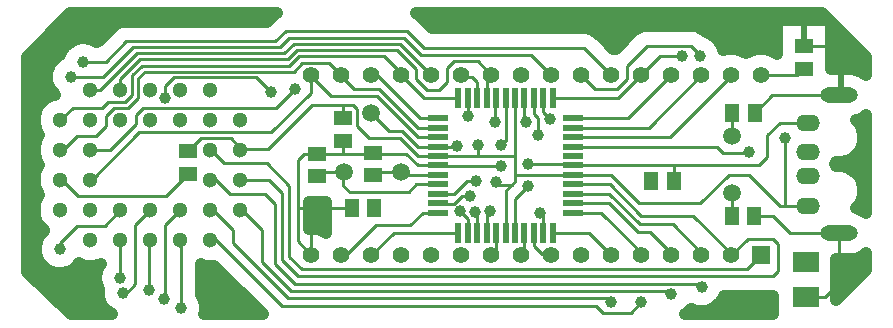
<source format=gbr>
G04 DipTrace 4.1.3.1*
G04 1 - Top.gbr*
%MOIN*%
G04 #@! TF.FileFunction,Copper,L1,Top*
G04 #@! TF.Part,Single*
G04 #@! TA.AperFunction,CopperBalancing*
%ADD15C,0.011024*%
%ADD16C,0.019685*%
%ADD17C,0.03937*%
%ADD18R,0.051181X0.059055*%
%ADD19R,0.059055X0.051181*%
%ADD20R,0.088583X0.070866*%
G04 #@! TA.AperFunction,ComponentPad*
%ADD21O,0.07874X0.055118*%
%ADD22O,0.125984X0.051181*%
%ADD23C,0.059055*%
%ADD24R,0.070866X0.019685*%
%ADD25R,0.019685X0.070866*%
G04 #@! TA.AperFunction,ComponentPad*
%ADD27C,0.051181*%
%ADD28R,0.059055X0.059055*%
%ADD29C,0.055118*%
%ADD31C,0.059055*%
%FSLAX26Y26*%
G04*
G70*
G90*
G75*
G01*
G04 Top*
%LPD*%
X1377953Y950787D2*
D15*
X1466535D1*
X1562992D1*
X1564961Y952756D1*
X1783465Y911417D2*
X1714567D1*
X1675197Y950787D1*
X1566929D1*
X1564961Y952756D1*
X2007874Y1135827D2*
Y994094D1*
X1992126Y978346D1*
Y909449D2*
X1783465D1*
Y911417D1*
X2232283D2*
Y915354D1*
X2082677D1*
X2039370Y687008D2*
Y801181D1*
X2082677Y844488D1*
X1377953Y950787D2*
X1334646D1*
X1314961Y931102D1*
Y769685D1*
Y657874D1*
X1360236Y612598D1*
X2232283Y911417D2*
Y913386D1*
X2568898D1*
X2854331D1*
X2879921Y938976D1*
Y1011811D1*
X2921260Y1053150D1*
X3015748D1*
X3118110Y1145669D2*
X2897638D1*
X2838583Y1086614D1*
X3118110Y685039D2*
X2956693D1*
X2899606Y742126D1*
X2836614D1*
X1466535Y994094D2*
Y950787D1*
X524016Y862598D2*
X529134D1*
X582677Y809055D1*
X875984D1*
X950787Y883858D1*
X3001969Y1309055D2*
X3076772D1*
X3129921Y1255906D1*
Y1157480D1*
X3118110Y1145669D1*
X2568898Y858268D2*
Y913386D1*
X1496063Y769685D2*
X1314961D1*
X3007874Y474409D2*
X3072835D1*
X3118110Y519685D1*
Y685039D1*
X2494094Y866142D2*
Y858268D1*
X2102362Y687008D2*
Y641732D1*
X2127953Y616142D1*
X2156693D1*
X2160236Y612598D1*
X868110Y466535D2*
X874016D1*
Y712598D1*
X924016Y762598D1*
X2232283Y816929D2*
X2354331D1*
X2456693Y714567D1*
X2564961D1*
X2660236Y619291D1*
Y612598D1*
X1024016Y862598D2*
X1042913D1*
X1088583Y816929D1*
X1204724D1*
X1240157Y781496D1*
Y582677D1*
X1305118Y517717D1*
X2649606D1*
X2661417Y505906D1*
X2232283Y974409D2*
X2712598D1*
X2734252Y952756D1*
X2816929D1*
X2820866Y956693D1*
X1024016Y962598D2*
X1027559D1*
X1070866Y919291D1*
X1212598D1*
X1287402Y844488D1*
Y606299D1*
X1328740Y564961D1*
X2812598D1*
X2860236Y612598D1*
X2232283Y848425D2*
X2356299D1*
X2460630Y744094D1*
X2633858D1*
X2759843Y618110D1*
Y624016D1*
X2771260Y612598D1*
X2760236D1*
X1124016Y862598D2*
X1220079D1*
X1261811Y820866D1*
Y596457D1*
X1316929Y541339D1*
X2899606D1*
X2917323Y559055D1*
Y649606D1*
X2899606Y667323D1*
X2814961D1*
X2760236Y612598D1*
X2232283Y785433D2*
X2354331D1*
X2448819Y690945D1*
X2490157D1*
X2560236Y620866D1*
Y612598D1*
X1124016Y762598D2*
X1129134D1*
X1196850Y694882D1*
Y590551D1*
X1293307Y494094D1*
X2549213D1*
X2561024Y482283D1*
X2232283Y753937D2*
X2326772D1*
X2468110Y612598D1*
X2460236D1*
X1024016Y662598D2*
X1044094D1*
X1263780Y442913D1*
X2309055D1*
X2332677Y419291D1*
X2425197D1*
X2460630Y454724D1*
X2165354Y687008D2*
X2285827D1*
X2360236Y612598D1*
X1024016Y762598D2*
X1032677D1*
X1100394Y694882D1*
Y651575D1*
X1281496Y470472D1*
X2346457D1*
X2360236Y456693D1*
X2133858Y687008D2*
Y740157D1*
X2122047Y751969D1*
X925197Y435039D2*
Y663780D1*
X924016Y662598D1*
X2070866Y687008D2*
Y623228D1*
X2060236Y612598D1*
X814961Y653543D2*
X824016Y662598D1*
X820866D1*
Y496063D1*
X1976378Y687008D2*
Y628740D1*
X1960236Y612598D1*
X732283Y486220D2*
X738189Y480315D1*
X773622Y515748D1*
Y712205D1*
X824016Y762598D1*
X1944882Y687008D2*
Y748031D1*
X1954724Y757874D1*
X724409Y537402D2*
Y662992D1*
X724016Y662598D1*
X1913386Y687008D2*
Y750000D1*
X1906496Y756890D1*
X521654Y631890D2*
Y653543D1*
X578740Y710630D1*
X672047D1*
X724016Y762598D1*
X1881890Y687008D2*
Y732283D1*
X1856299Y757874D1*
X1850394Y687008D2*
X1634646D1*
X1560236Y612598D1*
X1783465Y753937D2*
X1732283D1*
X1690945Y712598D1*
X1576772D1*
X1476772Y612598D1*
X1460236D1*
X1909449Y860236D2*
X1877953D1*
X1834646Y816929D1*
X1783465D1*
Y1005906D2*
X1716535D1*
X1580709Y1141732D1*
X1427165D1*
X1360236Y1208661D1*
Y1212598D1*
X624016Y862598D2*
X628346D1*
X787402Y1021654D1*
X1226378D1*
X1358268Y1153543D1*
Y1212598D1*
X1360236D1*
X1783465Y1037402D2*
X1716535D1*
X1586614Y1167323D1*
X1503937D1*
X1460236Y1211024D1*
Y1212598D1*
X1418898Y1253937D1*
X1330709D1*
X1301181Y1224409D1*
X805118D1*
X783465Y1202756D1*
Y1137795D1*
X748031Y1102362D1*
X702756D1*
X675197Y1074803D1*
Y1041339D1*
X643701Y1009843D1*
X578740D1*
X531496Y962598D1*
X524016D1*
X1783465Y1068898D2*
X1722441D1*
X1578740Y1212598D1*
X1560236D1*
X624016Y962598D2*
X688976D1*
X775591Y1049213D1*
Y1078740D1*
X799213Y1102362D1*
X1242126D1*
X1305118Y1165354D1*
X1850394Y1135827D2*
X1737008D1*
X1660236Y1212598D1*
Y1219685D1*
X1602362Y1277559D1*
X1320866D1*
X1287402Y1244094D1*
X795276D1*
X763780Y1212598D1*
Y1145669D1*
X740157Y1122047D1*
X681102D1*
X663386Y1104331D1*
X565748D1*
X524016Y1062598D1*
X1881890Y1135827D2*
Y1076772D1*
X624016Y1162598D2*
X656693D1*
X779528Y1285433D1*
X1269685D1*
X1301181Y1316929D1*
X1655906D1*
X1760236Y1212598D1*
X1913386Y1135827D2*
Y1188976D1*
X1895669Y1206693D1*
X1866142D1*
X1860236Y1212598D1*
X1226378Y1155512D2*
X1177165Y1204724D1*
X903543D1*
X874016Y1175197D1*
Y1135827D1*
X1944882D2*
Y1197244D1*
X1960236Y1212598D1*
X724016Y1162598D2*
Y1200394D1*
X789370Y1265748D1*
X1281496D1*
X1312992Y1297244D1*
X1645669D1*
X1708661Y1234252D1*
Y1200787D1*
X1746063Y1163386D1*
X1787402D1*
X1812992Y1188976D1*
Y1236220D1*
X1834646Y1257874D1*
X1914961D1*
X1960236Y1212598D1*
X1976378Y1135827D2*
X1972441D1*
Y1057087D1*
X2070866Y1135827D2*
Y1061024D1*
X2076772Y1055118D1*
X559055Y1206693D2*
X667323D1*
X765748Y1305118D1*
X1255906D1*
X1287402Y1336614D1*
X1669291D1*
X1726378Y1279528D1*
X2093307D1*
X2160236Y1212598D1*
X2102362Y1135827D2*
Y1082677D1*
X2116142Y1068898D1*
Y1011811D1*
X2655512Y1277559D2*
X2657480Y1279528D1*
X2625984Y1311024D1*
X2480315D1*
X2413386Y1244094D1*
Y1200787D1*
X2377953Y1165354D1*
X2307480D1*
X2260236Y1212598D1*
X2133858Y1135827D2*
Y1088583D1*
X2157480Y1064961D1*
X600394Y1255906D2*
X675197D1*
X744094Y1324803D1*
X1240157D1*
X1275591Y1360236D1*
X1679134D1*
X1736220Y1303150D1*
X2269685D1*
X2360236Y1212598D1*
X2165354Y1135827D2*
X2383465D1*
X2460236Y1212598D1*
X2596457Y1275591D2*
X2523228D1*
X2460236Y1212598D1*
X2232283Y1068898D2*
X2416535D1*
X2560236Y1212598D1*
X1660472Y889764D2*
X1576772D1*
X1564961Y877953D1*
X1783465Y879921D2*
X1670315D1*
X1660472Y889764D1*
X2232283Y1037402D2*
X2485039D1*
X2660236Y1212598D1*
X1470472Y889764D2*
X1391732D1*
X1377953Y875984D1*
X1783465Y848425D2*
X1710630D1*
X1685039Y822835D1*
X1488189D1*
X1466535Y844488D1*
Y889764D1*
X1470472D1*
X2232283Y1005906D2*
X2557087D1*
X2755906Y1204724D1*
Y1208268D1*
X2760236Y1212598D1*
X2039370Y1135827D2*
Y942913D1*
Y879921D1*
Y858268D1*
X2028883Y847781D1*
X2009843Y828740D1*
Y688976D1*
X2007874Y687008D1*
X2232283Y879921D2*
X2039370D1*
X1783465Y942913D2*
X1915354D1*
X2039370D1*
X1915354Y980315D2*
Y942913D1*
X2232283Y879921D2*
X2358268D1*
X2452756Y785433D1*
X2657480D1*
X2751969Y879921D1*
X2820866D1*
X2923228Y777559D1*
X2940365D1*
X3015748D1*
X2940365D2*
Y1002549D1*
X2938976Y1003937D1*
X1783465Y942913D2*
X1714567D1*
X1655512Y1001969D1*
X1553150D1*
X1513780Y1041339D1*
Y1098425D1*
X1500000Y1112205D1*
X1466535D1*
X1362205D1*
X1214567Y964567D1*
X1125984D1*
X1124016Y962598D1*
X1466535Y1068898D2*
Y1112205D1*
X1124016Y962598D2*
Y970472D1*
X1092520Y1001969D1*
X994094D1*
X950787Y958661D1*
X2860236Y1212598D2*
X2980315D1*
X3001969Y1234252D1*
X2028883Y847781D2*
X1984896D1*
X1976378Y856299D1*
X1570866Y771654D2*
Y769685D1*
X3007874Y588583D2*
D3*
X1889764Y811024D2*
X1862205D1*
X1834646Y783465D1*
X1785433D1*
X1783465Y785433D1*
Y974409D2*
X1844488D1*
X1846457Y976378D1*
X1783465Y974409D2*
X1716535D1*
X1663386Y1027559D1*
X1618110D1*
X1561024Y1084646D1*
X2761811Y1007874D2*
Y1084646D1*
X2763780Y1086614D1*
X2761811Y742126D2*
Y817874D1*
D17*
X1992126Y978346D3*
Y909449D3*
X2082677Y915354D3*
Y844488D3*
Y915354D3*
X2494094Y866142D3*
X868110Y466535D3*
X2661417Y505906D3*
X2820866Y956693D3*
X2561024Y482283D3*
X2460630Y454724D3*
X2360236Y456693D3*
X2122047Y751969D3*
X925197Y435039D3*
X820866Y496063D3*
X732283Y486220D3*
X1954724Y757874D3*
X724409Y537402D3*
X1906496Y756890D3*
X521654Y631890D3*
X1856299Y757874D3*
X1909449Y860236D3*
X1305118Y1165354D3*
X1881890Y1076772D3*
X1226378Y1155512D3*
X874016Y1135827D3*
X1972441Y1057087D3*
D3*
X2076772Y1055118D3*
X559055Y1206693D3*
X2116142Y1011811D3*
X2655512Y1277559D3*
X2157480Y1064961D3*
X600394Y1255906D3*
X2596457Y1275591D3*
X1915354Y980315D3*
X2938976Y1003937D3*
X1976378Y856299D3*
X1570866Y771654D3*
X3007874Y588583D3*
D3*
X1889764Y811024D3*
X1846457Y976378D3*
X523156Y1380052D2*
X703827D1*
X1756752D2*
X2907886D1*
X484913Y1340814D2*
X662663D1*
X2329463D2*
X2412633D1*
X2708963D2*
X2907886D1*
X3096051D2*
X3137236D1*
X446619Y1301575D2*
X530404D1*
X2736083D2*
X2907886D1*
X3096051D2*
X3176504D1*
X417323Y1262336D2*
X497185D1*
X3096051D2*
X3206698D1*
X417323Y1223097D2*
X476475D1*
X417323Y1183858D2*
X478115D1*
X417323Y1144619D2*
X493495D1*
X417323Y1105381D2*
X445205D1*
X417323Y1066142D2*
X433927D1*
X3192734D2*
X3206698D1*
X417323Y1026903D2*
X441617D1*
X417323Y987664D2*
X437567D1*
X417323Y948425D2*
X435055D1*
X3182789D2*
X3206698D1*
X417323Y909186D2*
X447512D1*
X3113173D2*
X3206698D1*
X417323Y869948D2*
X434184D1*
X3192067D2*
X3206698D1*
X417323Y830709D2*
X439976D1*
X417323Y791470D2*
X438848D1*
X417323Y752231D2*
X434491D1*
X1357463D2*
X1405927D1*
X417323Y712992D2*
X449562D1*
X1357463D2*
X1405927D1*
X417323Y673753D2*
X449152D1*
X417323Y634514D2*
X437465D1*
X417323Y595276D2*
X446230D1*
X3114762D2*
X3206698D1*
X417323Y556037D2*
X491341D1*
X551966D2*
X642362D1*
X995238D2*
X1053185D1*
X3114762D2*
X3201264D1*
X457642Y516798D2*
X642824D1*
X995238D2*
X1092453D1*
X3114762D2*
X3161535D1*
X498446Y477559D2*
X648514D1*
X997289D2*
X1131669D1*
X539201Y438320D2*
X663894D1*
X1009386D2*
X1170937D1*
X2708759D2*
X2897068D1*
X1409824Y789764D2*
X1353537D1*
X1353543Y700490D1*
X1361978Y700770D1*
X1372438Y699940D1*
X1382724Y697871D1*
X1392693Y694597D1*
X1402202Y690163D1*
X1409840Y685504D1*
X1409843Y789774D1*
X3106465Y915308D2*
X3109457Y908591D1*
X3118110Y909055D1*
X3130982Y908042D1*
X3143537Y905028D1*
X3155466Y900087D1*
X3166475Y893340D1*
X3176294Y884955D1*
X3184678Y875136D1*
X3191425Y864127D1*
X3196366Y852198D1*
X3199381Y839643D1*
X3200394Y826772D1*
X3199381Y813900D1*
X3196366Y801345D1*
X3191425Y789416D1*
X3184678Y778407D1*
X3176379Y768681D1*
X3186797Y765383D1*
X3196324Y760988D1*
X3205247Y755469D1*
X3210650Y751312D1*
X3210630Y1079366D1*
X3201765Y1072906D1*
X3192584Y1067825D1*
X3182854Y1063899D1*
X3176387Y1062024D1*
X3184678Y1052302D1*
X3191425Y1041293D1*
X3196366Y1029364D1*
X3199381Y1016808D1*
X3200394Y1003937D1*
X3199381Y991066D1*
X3196366Y978510D1*
X3191425Y966581D1*
X3184678Y955572D1*
X3176294Y945753D1*
X3166475Y937369D1*
X3155466Y930622D1*
X3143537Y925681D1*
X3130982Y922667D1*
X3118110Y921654D1*
X3109524Y922159D1*
X3106465Y915400D1*
X3210644Y618757D2*
X3201765Y612276D1*
X3192584Y607196D1*
X3182854Y603269D1*
X3172720Y600554D1*
X3162331Y599089D1*
X3145013Y598819D1*
X3110820D1*
X3110827Y462789D1*
X3210621Y561366D1*
X3210630Y618715D1*
X1035902Y577249D2*
X1024016Y576378D1*
X1010528Y577440D1*
X997373Y580598D1*
X991343Y582822D1*
X991339Y480617D1*
X996759Y471501D1*
X1001581Y459858D1*
X1004524Y447604D1*
X1005512Y435039D1*
X1004524Y422475D1*
X1003018Y415318D1*
X1197865Y415354D1*
X1035949Y577205D1*
X658283Y583528D2*
X650659Y580598D1*
X637504Y577440D1*
X624016Y576378D1*
X610528Y577440D1*
X597373Y580598D1*
X586770Y584900D1*
X578445Y575098D1*
X568861Y566913D1*
X558115Y560328D1*
X546472Y555505D1*
X534218Y552563D1*
X521654Y551575D1*
X509089Y552563D1*
X496835Y555505D1*
X485192Y560328D1*
X474446Y566913D1*
X464862Y575098D1*
X456677Y584682D1*
X450092Y595428D1*
X445269Y607071D1*
X442327Y619325D1*
X441339Y631890D1*
X442327Y644454D1*
X445269Y656709D1*
X450092Y668352D1*
X456677Y679097D1*
X464862Y688681D1*
X468357Y692692D1*
X468020Y697035D1*
X458453Y706602D1*
X450501Y717549D1*
X444358Y729604D1*
X440177Y742471D1*
X438062Y755833D1*
Y769364D1*
X440177Y782726D1*
X444358Y795593D1*
X450501Y807648D1*
X453591Y812856D1*
X448071Y821778D1*
X443675Y831306D1*
X440469Y841295D1*
X438500Y851601D1*
X437797Y862070D1*
X438371Y872546D1*
X440214Y882875D1*
X443297Y892904D1*
X447576Y902484D1*
X452987Y911474D1*
X453777Y912585D1*
X447193Y923455D1*
X442016Y935955D1*
X438857Y949110D1*
X437795Y962598D1*
X438857Y976087D1*
X442016Y989241D1*
X447193Y1001741D1*
X453777Y1012552D1*
X447193Y1023455D1*
X442016Y1035955D1*
X438857Y1049110D1*
X437795Y1062598D1*
X438857Y1076087D1*
X442016Y1089241D1*
X447193Y1101741D1*
X454262Y1113277D1*
X463049Y1123566D1*
X473337Y1132352D1*
X484873Y1139421D1*
X497373Y1144598D1*
X505573Y1146772D1*
X497983Y1154533D1*
X490575Y1164728D1*
X484854Y1175958D1*
X480959Y1187944D1*
X478988Y1200391D1*
Y1212995D1*
X480959Y1225442D1*
X484854Y1237428D1*
X490575Y1248657D1*
X497983Y1258853D1*
X506895Y1267765D1*
X517091Y1275173D1*
X523331Y1278594D1*
X526193Y1286640D1*
X531913Y1297870D1*
X539322Y1308066D1*
X548234Y1316978D1*
X558429Y1324386D1*
X569659Y1330106D1*
X581644Y1334001D1*
X594092Y1335972D1*
X606696D1*
X619143Y1334001D1*
X631129Y1330106D1*
X642358Y1324386D1*
X645861Y1322045D1*
X656266Y1330513D1*
X701139Y1375097D1*
X709535Y1381198D1*
X718783Y1385911D1*
X728654Y1389117D1*
X738906Y1390741D1*
X770341Y1390945D1*
X1212793D1*
X1232635Y1410530D1*
X1241031Y1416631D1*
X1245839Y1419297D1*
X557487Y1419291D1*
X413394Y1271525D1*
X413386Y555570D1*
X559143Y415328D1*
X694462Y415354D1*
X685076Y421244D1*
X675492Y429429D1*
X667307Y439013D1*
X660722Y449759D1*
X655899Y461402D1*
X652957Y473656D1*
X651969Y486220D1*
X652957Y498785D1*
X653241Y500210D1*
X650209Y506667D1*
X646314Y518652D1*
X644343Y531100D1*
Y543703D1*
X646314Y556151D1*
X650209Y568136D1*
X655929Y579366D1*
X658270Y582869D1*
X2900984Y415348D2*
Y475223D1*
X2735618Y475171D1*
X2729898Y463941D1*
X2722490Y453745D1*
X2713577Y444833D1*
X2703382Y437425D1*
X2692152Y431705D1*
X2680167Y427810D1*
X2667719Y425839D1*
X2655115D1*
X2642668Y427810D1*
X2630682Y431705D1*
X2625336Y434169D1*
X2617815Y425492D1*
X2608231Y417307D1*
X2605303Y415350D1*
X2901031Y415354D1*
X3092088Y1320472D2*
X3092119Y1231890D1*
X3161277Y1231697D1*
X3171684Y1230360D1*
X3181850Y1227768D1*
X3191627Y1223961D1*
X3200870Y1218995D1*
X3209441Y1212942D1*
X3210650Y1211942D1*
X3210630Y1271398D1*
X3062665Y1419339D1*
X1708856Y1419291D1*
X1718010Y1413745D1*
X1725903Y1407005D1*
X1763638Y1369270D1*
X2274874Y1369088D1*
X2285126Y1367463D1*
X2294996Y1364257D1*
X2304244Y1359545D1*
X2312640Y1353444D1*
X2335013Y1331360D1*
X2365789Y1300585D1*
X2375226Y1299465D1*
X2437360Y1361319D1*
X2445756Y1367419D1*
X2455004Y1372131D1*
X2464874Y1375339D1*
X2475126Y1376962D1*
X2506562Y1377165D1*
X2631173Y1376962D1*
X2641425Y1375339D1*
X2651295Y1372131D1*
X2660543Y1367419D1*
X2668940Y1361319D1*
X2675110Y1355437D1*
X2686247Y1351760D1*
X2697476Y1346039D1*
X2707672Y1338631D1*
X2716584Y1329719D1*
X2723992Y1319524D1*
X2729713Y1308294D1*
X2733508Y1296664D1*
X2746441Y1299702D1*
X2760236Y1300787D1*
X2774031Y1299702D1*
X2787488Y1296471D1*
X2800273Y1291176D1*
X2810206Y1285192D1*
X2820199Y1291176D1*
X2832984Y1296471D1*
X2846441Y1299702D1*
X2860236Y1300787D1*
X2874031Y1299702D1*
X2887488Y1296471D1*
X2900273Y1291176D1*
X2911825Y1284110D1*
X2911811Y1395276D1*
X3086752D1*
X3092126Y1389892D1*
Y1232546D1*
X3118110Y1231839D2*
D15*
Y1145669D1*
Y685039D2*
Y598870D1*
X1360236Y700736D2*
Y612598D1*
X3001969Y1395224D2*
D16*
Y1309055D1*
D18*
X2763780Y1086614D3*
X2838583D3*
X2761811Y742126D3*
X2836614D3*
D19*
X1466535Y994094D3*
Y1068898D3*
X950787Y883858D3*
Y958661D3*
X1564961Y877953D3*
Y952756D3*
X1377953Y875984D3*
Y950787D3*
D20*
X3007874Y588583D3*
Y474409D3*
D19*
X3001969Y1234252D3*
Y1309055D3*
D18*
X2494094Y858268D3*
X2568898D3*
X1570866Y769685D3*
X1496063D3*
D21*
X3015748Y777559D3*
Y875984D3*
Y954724D3*
Y1053150D3*
D22*
X3118110Y1145669D3*
Y685039D3*
D23*
X1561024Y1084646D3*
D24*
X1783465Y1068898D3*
Y1037402D3*
Y1005906D3*
Y974409D3*
Y942913D3*
Y911417D3*
Y879921D3*
Y848425D3*
Y816929D3*
Y785433D3*
Y753937D3*
D25*
X1850394Y687008D3*
X1881890D3*
X1913386D3*
X1944882D3*
X1976378D3*
X2007874D3*
X2039370D3*
X2070866D3*
X2102362D3*
X2133858D3*
X2165354D3*
D24*
X2232283Y753937D3*
Y785433D3*
Y816929D3*
Y848425D3*
Y879921D3*
Y911417D3*
Y942913D3*
Y974409D3*
Y1005906D3*
Y1037402D3*
Y1068898D3*
D25*
X2165354Y1135827D3*
X2133858D3*
X2102362D3*
X2070866D3*
X2039370D3*
X2007874D3*
X1976378D3*
X1944882D3*
X1913386D3*
X1881890D3*
X1850394D3*
D27*
X1024016Y962598D3*
X1124016Y862598D3*
X1024016D3*
X1124016Y762598D3*
X1024016Y662598D3*
Y762598D3*
X924016Y662598D3*
Y762598D3*
X824016Y662598D3*
Y762598D3*
X724016Y662598D3*
Y762598D3*
X624016Y662598D3*
X524016Y762598D3*
X624016D3*
X524016Y862598D3*
X624016D3*
X524016Y962598D3*
X624016D3*
X524016Y1062598D3*
X624016D3*
X724016Y1162598D3*
Y1062598D3*
X824016Y1162598D3*
Y1062598D3*
X924016Y1162598D3*
Y1062598D3*
X1024016Y1162598D3*
X1124016Y1062598D3*
X1024016D3*
X1124016Y962598D3*
X624016Y1162598D3*
D28*
X2860236Y612598D3*
D29*
X2760236D3*
X2660236D3*
X2560236D3*
X2460236D3*
X2360236D3*
X2260236D3*
X2160236D3*
X2060236D3*
X1960236D3*
X1860236D3*
X1760236D3*
X1660236D3*
X1560236D3*
X1460236D3*
X1360236D3*
Y1212598D3*
X1460236D3*
X1560236D3*
X1660236D3*
X1760236D3*
X1860236D3*
X1960236D3*
X2060236D3*
X2160236D3*
X2260236D3*
X2360236D3*
X2460236D3*
X2560236D3*
X2660236D3*
X2760236D3*
X2860236D3*
D31*
X1470472Y889764D3*
X1660472D3*
X2761811Y1007874D3*
Y817874D3*
M02*

</source>
